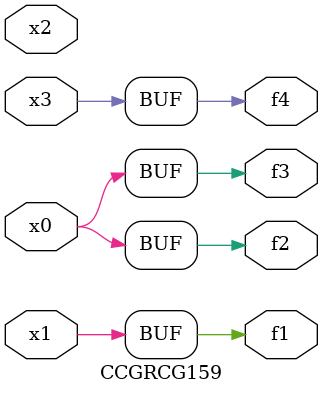
<source format=v>
module CCGRCG159(
	input x0, x1, x2, x3,
	output f1, f2, f3, f4
);
	assign f1 = x1;
	assign f2 = x0;
	assign f3 = x0;
	assign f4 = x3;
endmodule

</source>
